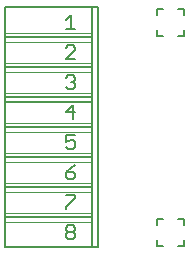
<source format=gbr>
G04 EAGLE Gerber X2 export*
G04 #@! %TF.Part,Single*
G04 #@! %TF.FileFunction,Legend,Top,1*
G04 #@! %TF.FilePolarity,Positive*
G04 #@! %TF.GenerationSoftware,Autodesk,EAGLE,9.0.0*
G04 #@! %TF.CreationDate,2019-08-08T19:06:36Z*
G75*
%MOMM*%
%FSLAX34Y34*%
%LPD*%
%AMOC8*
5,1,8,0,0,1.08239X$1,22.5*%
G01*
%ADD10C,0.152400*%
%ADD11C,0.050800*%
%ADD12C,0.127000*%


D10*
X78740Y50800D02*
X73660Y50800D01*
X0Y50800D01*
X0Y72390D01*
X0Y76200D01*
X0Y80010D01*
X0Y97790D01*
X0Y101600D01*
X0Y105410D01*
X0Y123190D01*
X0Y127000D01*
X0Y130810D01*
X0Y148590D01*
X0Y152400D01*
X0Y156210D01*
X0Y173990D01*
X0Y177800D02*
X73660Y177800D01*
X73660Y72390D02*
X73660Y50800D01*
X73660Y72390D02*
X73660Y76200D01*
X73660Y80010D01*
X73660Y97790D01*
X73660Y101600D01*
X73660Y105410D01*
X73660Y123190D01*
X73660Y127000D01*
X73660Y130810D01*
X73660Y148590D01*
X73660Y152400D01*
X73660Y156210D01*
X73660Y173990D01*
X73660Y177800D01*
X73660Y152400D02*
X0Y152400D01*
X0Y127000D02*
X73660Y127000D01*
X73660Y101600D02*
X0Y101600D01*
X0Y76200D02*
X73660Y76200D01*
D11*
X73660Y72390D02*
X0Y72390D01*
X0Y80010D02*
X73660Y80010D01*
X73660Y97790D02*
X0Y97790D01*
X0Y105410D02*
X73660Y105410D01*
X73660Y123190D02*
X0Y123190D01*
X0Y130810D02*
X73660Y130810D01*
X73660Y148590D02*
X0Y148590D01*
X0Y156210D02*
X73660Y156210D01*
D10*
X73660Y173990D02*
X0Y173990D01*
X0Y177800D01*
X0Y181610D01*
D11*
X73660Y181610D01*
D10*
X78740Y254000D02*
X78740Y50800D01*
X0Y181610D02*
X0Y199390D01*
X0Y203200D02*
X73660Y203200D01*
X73660Y181610D02*
X73660Y177800D01*
X73660Y181610D02*
X73660Y199390D01*
X73660Y203200D01*
D11*
X73660Y199390D02*
X0Y199390D01*
D10*
X0Y203200D01*
X0Y207010D01*
X0Y224790D01*
X0Y228600D01*
X73660Y228600D01*
D11*
X73660Y207010D02*
X0Y207010D01*
D10*
X73660Y207010D02*
X73660Y203200D01*
X73660Y207010D02*
X73660Y224790D01*
X73660Y228600D01*
X0Y228600D02*
X0Y232410D01*
X0Y254000D01*
X73660Y254000D01*
X78740Y254000D01*
X73660Y232410D02*
X73660Y228600D01*
X73660Y232410D02*
X73660Y254000D01*
D11*
X73660Y232410D02*
X0Y232410D01*
X0Y224790D02*
X73660Y224790D01*
D12*
X59062Y210185D02*
X51435Y210185D01*
X59062Y217812D01*
X59062Y219718D01*
X57155Y221625D01*
X53342Y221625D01*
X51435Y219718D01*
X53342Y69225D02*
X51435Y67318D01*
X53342Y69225D02*
X57155Y69225D01*
X59062Y67318D01*
X59062Y65412D01*
X57155Y63505D01*
X59062Y61598D01*
X59062Y59692D01*
X57155Y57785D01*
X53342Y57785D01*
X51435Y59692D01*
X51435Y61598D01*
X53342Y63505D01*
X51435Y65412D01*
X51435Y67318D01*
X53342Y63505D02*
X57155Y63505D01*
X51435Y194318D02*
X53342Y196225D01*
X57155Y196225D01*
X59062Y194318D01*
X59062Y192412D01*
X57155Y190505D01*
X55248Y190505D01*
X57155Y190505D02*
X59062Y188598D01*
X59062Y186692D01*
X57155Y184785D01*
X53342Y184785D01*
X51435Y186692D01*
X57155Y170825D02*
X57155Y159385D01*
X51435Y165105D02*
X57155Y170825D01*
X59062Y165105D02*
X51435Y165105D01*
X51435Y145425D02*
X59062Y145425D01*
X51435Y145425D02*
X51435Y139705D01*
X55248Y141612D01*
X57155Y141612D01*
X59062Y139705D01*
X59062Y135892D01*
X57155Y133985D01*
X53342Y133985D01*
X51435Y135892D01*
X59062Y120025D02*
X55248Y118118D01*
X51435Y114305D01*
X51435Y110492D01*
X53342Y108585D01*
X57155Y108585D01*
X59062Y110492D01*
X59062Y112398D01*
X57155Y114305D01*
X51435Y114305D01*
X51435Y94625D02*
X59062Y94625D01*
X59062Y92718D01*
X51435Y85092D01*
X51435Y83185D01*
X51435Y243212D02*
X55248Y247025D01*
X55248Y235585D01*
X51435Y235585D02*
X59062Y235585D01*
D10*
X151130Y234950D02*
X151130Y229870D01*
X146050Y229870D01*
X151130Y247650D02*
X151130Y252730D01*
X146050Y252730D01*
X133350Y252730D02*
X128270Y252730D01*
X128270Y247650D01*
X128270Y234950D02*
X128270Y229870D01*
X133350Y229870D01*
X151130Y57150D02*
X151130Y52070D01*
X146050Y52070D01*
X151130Y69850D02*
X151130Y74930D01*
X146050Y74930D01*
X133350Y74930D02*
X128270Y74930D01*
X128270Y69850D01*
X128270Y57150D02*
X128270Y52070D01*
X133350Y52070D01*
M02*

</source>
